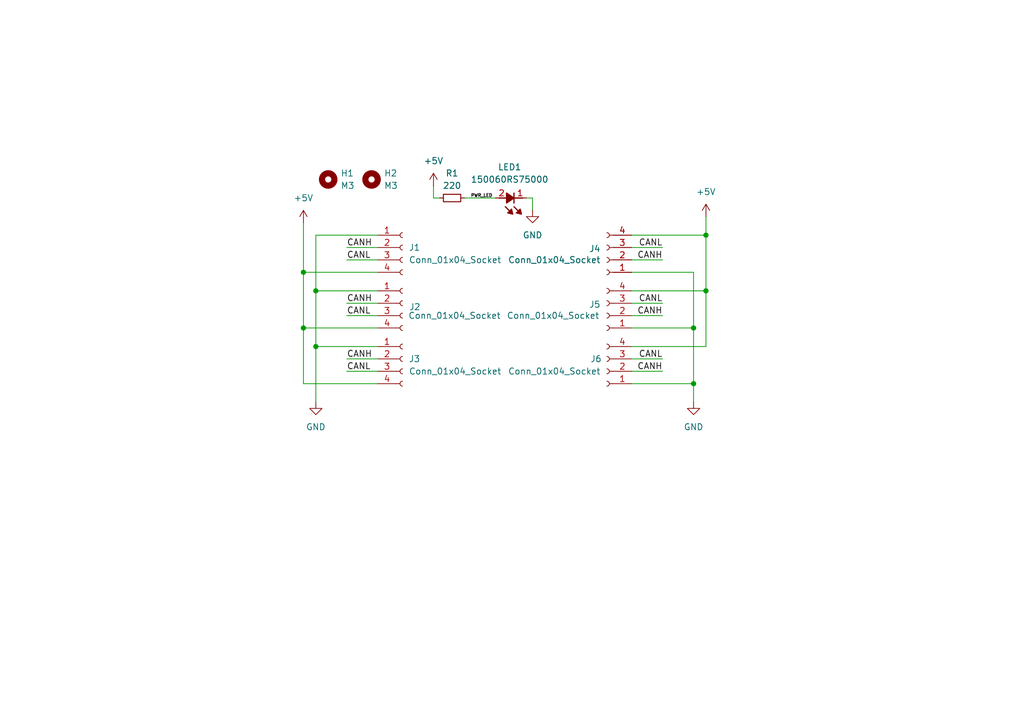
<source format=kicad_sch>
(kicad_sch (version 20250114) (generator "eeschema") (generator_version "9.0")
  (paper "A5")
  (title_block (title "SDM26 CAN Splitter") (date "2025-06-06") (rev "V1.1") (company "Sundevil Motorsports"))
  (lib_symbols
    (symbol "Connector:Conn_01x04_Socket" (pin_names (offset 1.016) (hide yes))
      (property "Reference" "J" (at 0 5.08 0))
      (property "Value" "Conn_01x04_Socket" (at 0 -7.62 0))
      (symbol "Conn_01x04_Socket_1_1"
        (polyline (pts (xy -1.27 2.54) (xy -0.508 2.54)) (stroke (width 0.1524)))
        (polyline (pts (xy -1.27 0) (xy -0.508 0)) (stroke (width 0.1524)))
        (polyline (pts (xy -1.27 -2.54) (xy -0.508 -2.54)) (stroke (width 0.1524)))
        (polyline (pts (xy -1.27 -5.08) (xy -0.508 -5.08)) (stroke (width 0.1524)))
        (arc (start 0 2.032) (mid -0.5058 2.54) (end 0 3.048) (stroke (width 0.1524)))
        (arc (start 0 -0.508) (mid -0.5058 0) (end 0 0.508) (stroke (width 0.1524)))
        (arc (start 0 -3.048) (mid -0.5058 -2.54) (end 0 -2.032) (stroke (width 0.1524)))
        (arc (start 0 -5.588) (mid -0.5058 -5.08) (end 0 -4.572) (stroke (width 0.1524)))
        (pin passive line (at -5.08 2.54 0) (length 3.81) (name "Pin_1") (number "1"))
        (pin passive line (at -5.08 0 0) (length 3.81) (name "Pin_2") (number "2"))
        (pin passive line (at -5.08 -2.54 0) (length 3.81) (name "Pin_3") (number "3"))
        (pin passive line (at -5.08 -5.08 0) (length 3.81) (name "Pin_4") (number "4"))
      )
    )
    (symbol "Device:R_Small" (pin_numbers (hide yes)) (pin_names (offset 0.254) (hide yes))
      (property "Reference" "R" (at 0.762 0.508 0))
      (property "Value" "R_Small" (at 0.762 -1.016 0))
      (symbol "R_Small_0_1"
        (rectangle (start -0.762 1.778) (end 0.762 -1.778) (stroke (width 0.2032)))
      )
      (symbol "R_Small_1_1"
        (pin passive line (at 0 2.54 270) (length 0.762) (name "~") (number "1"))
        (pin passive line (at 0 -2.54 90) (length 0.762) (name "~") (number "2"))
      )
    )
    (symbol "Mechanical:MountingHole" (pin_names (offset 1.016))
      (property "Reference" "H" (at 0 5.08 0))
      (property "Value" "MountingHole" (at 0 3.175 0))
      (symbol "MountingHole_0_1"
        (circle (center 0 0) (radius 1.27) (stroke (width 1.27)))
      )
    )
    (symbol "SDM_LED:150060RS75000" (pin_names (hide yes))
      (property "Reference" "LED" (at 12.7 8.89 0))
      (property "Value" "150060RS75000" (at 12.7 6.35 0))
      (symbol "150060RS75000_1_1"
        (polyline (pts (xy 3.302 0) (xy 5.842 0)) (stroke (width 0.254)))
        (polyline (pts (xy 4.572 3.048) (xy 3.81 2.286) (xy 3.556 3.302) (xy 4.572 3.048)) (stroke (width 0.254)) (fill (type outline)))
        (polyline (pts (xy 5.08 1.778) (xy 4.318 2.54)) (stroke (width 0.254)))
        (polyline (pts (xy 5.08 1.016) (xy 5.08 -1.016)) (stroke (width 0.254)))
        (polyline (pts (xy 5.08 0) (xy 6.604 1.016) (xy 6.604 -1.016) (xy 5.08 0)) (stroke (width 0.254)) (fill (type outline)))
        (polyline (pts (xy 5.588 0) (xy 8.128 0)) (stroke (width 0.254)))
        (polyline (pts (xy 6.35 3.048) (xy 5.588 2.286) (xy 5.334 3.302) (xy 6.35 3.048)) (stroke (width 0.254)) (fill (type outline)))
        (polyline (pts (xy 6.858 1.778) (xy 6.096 2.54)) (stroke (width 0.254)))
        (pin passive line (at 2.54 0 0) (length 2.54) (name "K") (number "1"))
        (pin passive line (at 8.89 0 180) (length 2.54) (name "A") (number "2"))
      )
    )
    (symbol "power:+5V" (power) (pin_numbers (hide yes)) (pin_names (offset 0) (hide yes))
      (property "Value" "+5V" (at 0 3.556 0))
      (symbol "+5V_0_1"
        (polyline (pts (xy -0.762 1.27) (xy 0 2.54)))
        (polyline (pts (xy 0 2.54) (xy 0.762 1.27)))
        (polyline (pts (xy 0 0) (xy 0 2.54)))
      )
      (symbol "+5V_1_1"
        (pin power_in line (at 0 0 90) (length 0) (name "~") (number "1"))
      )
    )
    (symbol "power:GND" (power) (pin_numbers (hide yes)) (pin_names (offset 0) (hide yes))
      (property "Value" "GND" (at 0 -3.81 0))
      (symbol "GND_0_1"
        (polyline (pts (xy 0 0) (xy 0 -1.27) (xy 1.27 -1.27) (xy 0 -2.54) (xy -1.27 -1.27) (xy 0 -1.27)))
      )
      (symbol "GND_1_1"
        (pin power_in line (at 0 0 270) (length 0) (name "~") (number "1"))
      )
    )
  )
  (junction (at 64.77 59.69))
  (junction (at 144.78 48.26))
  (junction (at 144.78 59.69))
  (junction (at 62.23 55.88))
  (junction (at 142.24 67.31))
  (junction (at 142.24 78.74))
  (junction (at 62.23 67.31))
  (junction (at 64.77 71.12))
  (wire (pts (xy 129.54 71.12) (xy 144.78 71.12)))
  (wire (pts (xy 64.77 59.69) (xy 77.47 59.69)))
  (wire (pts (xy 142.24 67.31) (xy 142.24 78.74)))
  (wire (pts (xy 62.23 45.72) (xy 62.23 55.88)))
  (wire (pts (xy 129.54 48.26) (xy 144.78 48.26)))
  (wire (pts (xy 64.77 59.69) (xy 64.77 71.12)))
  (wire (pts (xy 64.77 48.26) (xy 64.77 59.69)))
  (wire (pts (xy 71.12 53.34) (xy 77.47 53.34)))
  (wire (pts (xy 135.89 64.77) (xy 129.54 64.77)))
  (wire (pts (xy 142.24 55.88) (xy 142.24 67.31)))
  (wire (pts (xy 144.78 44.45) (xy 144.78 48.26)))
  (wire (pts (xy 135.89 53.34) (xy 129.54 53.34)))
  (wire (pts (xy 62.23 67.31) (xy 62.23 55.88)))
  (wire (pts (xy 64.77 71.12) (xy 64.77 82.55)))
  (wire (pts (xy 144.78 48.26) (xy 144.78 59.69)))
  (wire (pts (xy 135.89 73.66) (xy 129.54 73.66)))
  (wire (pts (xy 135.89 62.23) (xy 129.54 62.23)))
  (wire (pts (xy 135.89 76.2) (xy 129.54 76.2)))
  (wire (pts (xy 77.47 48.26) (xy 64.77 48.26)))
  (wire (pts (xy 88.9 40.64) (xy 90.17 40.64)))
  (wire (pts (xy 135.89 50.8) (xy 129.54 50.8)))
  (wire (pts (xy 71.12 50.8) (xy 77.47 50.8)))
  (wire (pts (xy 71.12 76.2) (xy 77.47 76.2)))
  (wire (pts (xy 109.22 40.64) (xy 109.22 43.18)))
  (wire (pts (xy 77.47 55.88) (xy 62.23 55.88)))
  (wire (pts (xy 62.23 78.74) (xy 62.23 67.31)))
  (wire (pts (xy 144.78 59.69) (xy 144.78 71.12)))
  (wire (pts (xy 71.12 73.66) (xy 77.47 73.66)))
  (wire (pts (xy 64.77 71.12) (xy 77.47 71.12)))
  (wire (pts (xy 95.25 40.64) (xy 101.6 40.64)))
  (wire (pts (xy 77.47 78.74) (xy 62.23 78.74)))
  (wire (pts (xy 129.54 59.69) (xy 144.78 59.69)))
  (wire (pts (xy 71.12 62.23) (xy 77.47 62.23)))
  (wire (pts (xy 142.24 78.74) (xy 142.24 82.55)))
  (wire (pts (xy 88.9 38.1) (xy 88.9 40.64)))
  (wire (pts (xy 129.54 55.88) (xy 142.24 55.88)))
  (wire (pts (xy 77.47 67.31) (xy 62.23 67.31)))
  (wire (pts (xy 71.12 64.77) (xy 77.47 64.77)))
  (wire (pts (xy 129.54 78.74) (xy 142.24 78.74)))
  (wire (pts (xy 107.95 40.64) (xy 109.22 40.64)))
  (wire (pts (xy 129.54 67.31) (xy 142.24 67.31)))
  (label "CANL" (at 135.89 73.66 180))
  (label "CANL" (at 135.89 50.8 180))
  (label "CANH" (at 135.89 76.2 180))
  (label "CANH" (at 71.12 62.23 0))
  (label "CANH" (at 135.89 64.77 180))
  (label "CANL" (at 71.12 64.77 0))
  (label "CANL" (at 71.12 76.2 0))
  (label "PWR_LED" (at 96.52 40.64 0) (effects (font (size 0.65 0.65))))
  (label "CANL" (at 71.12 53.34 0))
  (label "CANH" (at 135.89 53.34 180))
  (label "CANH" (at 71.12 73.66 0))
  (label "CANH" (at 71.12 50.8 0))
  (label "CANL" (at 135.89 62.23 180))
  (symbol (lib_id "power:GND") (at 64.77 82.55 0) (unit 1)
    (property "Reference" "#PWR02" (effects (hide yes)))
    (property "Value" "GND" (at 64.77 87.63 0))
    (property "Description" "Power symbol creates a global label with name \"GND\" , ground" (effects (hide yes)))
  )
  (symbol (lib_id "power:+5V") (at 144.78 44.45 0) (unit 1)
    (property "Reference" "#PWR06" (effects (hide yes)))
    (property "Value" "+5V" (at 144.78 39.37 0))
    (property "Description" "Power symbol creates a global label with name \"+5V\"" (effects (hide yes)))
  )
  (symbol (lib_id "Mechanical:MountingHole") (at 76.2 36.83 0) (unit 1)
    (property "Reference" "H2" (at 78.74 35.56 0) (effects (justify left)))
    (property "Value" "M3" (at 78.74 38.1 0) (effects (justify left)))
    (property "Footprint" "MountingHole:MountingHole_3.2mm_M3" (effects (hide yes)))
  )
  (symbol (lib_id "Mechanical:MountingHole") (at 67.31 36.83 0) (unit 1)
    (property "Reference" "H1" (at 69.85 35.56 0) (effects (justify left)))
    (property "Value" "M3" (at 69.85 38.1 0) (effects (justify left)))
    (property "Footprint" "MountingHole:MountingHole_3.2mm_M3" (effects (hide yes)))
  )
  (symbol (lib_id "power:GND") (at 109.22 43.18 0) (unit 1)
    (property "Reference" "#PWR04" (effects (hide yes)))
    (property "Value" "GND" (at 109.22 48.26 0))
    (property "Description" "Power symbol creates a global label with name \"GND\" , ground" (effects (hide yes)))
  )
  (symbol (lib_id "power:+5V") (at 62.23 45.72 0) (unit 1)
    (property "Reference" "#PWR01" (effects (hide yes)))
    (property "Value" "+5V" (at 62.23 40.64 0))
    (property "Description" "Power symbol creates a global label with name \"+5V\"" (effects (hide yes)))
  )
  (symbol (lib_id "SDM_LED:150060RS75000") (at 110.49 40.64 180) (unit 1)
    (property "Reference" "LED1" (at 104.521 34.29 0))
    (property "Value" "150060RS75000" (at 104.521 36.83 0))
    (property "Footprint" "SDM_MiscFootprint:LEDC1608X80N" (effects (hide yes)))
    (property "Datasheet" "http://katalog.we-online.de/led/datasheet/150060RS75000.pdf" (effects (hide yes)))
    (property "Description" "WURTH ELEKTRONIK - 150060RS75000 - LED, 0603, RED, 250MCD, 625NM" (effects (hide yes)))
    (property "Height" "0.8" (effects (hide yes)))
    (property "Mouser Part Number" "710-150060RS75000" (effects (hide yes)))
    (property "Mouser Price/Stock" "https://www.mouser.co.uk/ProductDetail/Wurth-Elektronik/150060RS75000?qs=LlUlMxKIyB3QnmZ3fw%2FVCA%3D%3D" (effects (hide yes)))
    (property "Manufacturer_Name" "Wurth Elektronik" (effects (hide yes)))
    (property "Manufacturer_Part_Number" "150060RS75000" (effects (hide yes)))
  )
  (symbol (lib_id "Device:R_Small") (at 92.71 40.64 270) (unit 1)
    (property "Reference" "R1" (at 92.71 35.56 90))
    (property "Value" "220" (at 92.71 38.1 90))
    (property "Footprint" "Capacitor_SMD:C_0603_1608Metric" (effects (hide yes)))
  )
  (symbol (lib_id "Connector:Conn_01x04_Socket") (at 82.55 73.66 0) (unit 1)
    (property "Reference" "J3" (at 83.82 73.6599 0) (effects (justify left)))
    (property "Value" "Conn_01x04_Socket" (at 83.82 76.1999 0) (effects (justify left)))
    (property "Footprint" "Connector_JST:JST_EH_S4B-EH_1x04_P2.50mm_Horizontal" (effects (hide yes)))
    (property "Description" "Generic connector, single row, 01x04, script generated" (effects (hide yes)))
  )
  (symbol (lib_id "Connector:Conn_01x04_Socket") (at 82.55 62.23 0) (unit 1)
    (property "Reference" "J2" (at 85.09 62.992 0))
    (property "Value" "Conn_01x04_Socket" (at 93.218 64.77 0))
    (property "Footprint" "Connector_JST:JST_EH_S4B-EH_1x04_P2.50mm_Horizontal" (effects (hide yes)))
    (property "Description" "Generic connector, single row, 01x04, script generated" (effects (hide yes)))
  )
  (symbol (lib_id "power:+5V") (at 88.9 38.1 0) (unit 1)
    (property "Reference" "#PWR03" (effects (hide yes)))
    (property "Value" "+5V" (at 88.9 33.02 0))
    (property "Description" "Power symbol creates a global label with name \"+5V\"" (effects (hide yes)))
  )
  (symbol (lib_id "Connector:Conn_01x04_Socket") (at 82.55 50.8 0) (unit 1)
    (property "Reference" "J1" (at 83.82 50.7999 0) (effects (justify left)))
    (property "Value" "Conn_01x04_Socket" (at 83.82 53.3399 0) (effects (justify left)))
    (property "Footprint" "Connector_JST:JST_EH_S4B-EH_1x04_P2.50mm_Horizontal" (effects (hide yes)))
    (property "Description" "Generic connector, single row, 01x04, script generated" (effects (hide yes)))
  )
  (symbol (lib_id "power:GND") (at 142.24 82.55 0) (unit 1)
    (property "Reference" "#PWR05" (effects (hide yes)))
    (property "Value" "GND" (at 142.24 87.63 0))
    (property "Description" "Power symbol creates a global label with name \"GND\" , ground" (effects (hide yes)))
  )
  (symbol (lib_id "Connector:Conn_01x04_Socket") (at 124.46 53.34 180) (unit 1)
    (property "Reference" "J4" (at 123.19 51.054 0) (effects (justify left)))
    (property "Value" "Conn_01x04_Socket" (at 123.19 53.34 0) (effects (justify left)))
    (property "Footprint" "Connector_JST:JST_EH_S4B-EH_1x04_P2.50mm_Horizontal" (effects (hide yes)))
    (property "Description" "Generic connector, single row, 01x04, script generated" (effects (hide yes)))
  )
  (symbol (lib_id "Connector:Conn_01x04_Socket") (at 124.46 76.2 180) (unit 1)
    (property "Reference" "J6" (at 123.444 73.66 0) (effects (justify left)))
    (property "Value" "Conn_01x04_Socket" (at 123.19 76.2 0) (effects (justify left)))
    (property "Footprint" "Connector_JST:JST_EH_S4B-EH_1x04_P2.50mm_Horizontal" (effects (hide yes)))
    (property "Description" "Generic connector, single row, 01x04, script generated" (effects (hide yes)))
  )
  (symbol (lib_id "Connector:Conn_01x04_Socket") (at 124.46 64.77 180) (unit 1)
    (property "Reference" "J5" (at 123.19 62.484 0) (effects (justify left)))
    (property "Value" "Conn_01x04_Socket" (at 122.936 64.77 0) (effects (justify left)))
    (property "Footprint" "Connector_JST:JST_EH_S4B-EH_1x04_P2.50mm_Horizontal" (effects (hide yes)))
    (property "Description" "Generic connector, single row, 01x04, script generated" (effects (hide yes)))
  )
)
</source>
